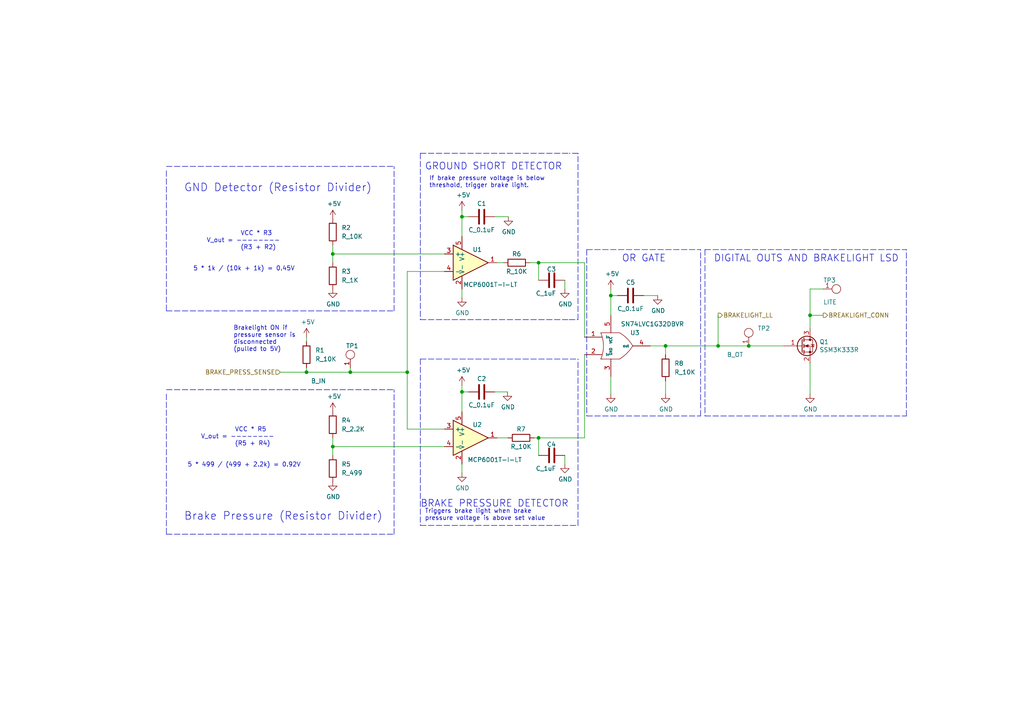
<source format=kicad_sch>
(kicad_sch (version 20211123) (generator eeschema)
  (paper "A4")
  (title_block (title "Brakelight Logic"))
  (lib_symbols
    (symbol "formula:C_0.1uF" (pin_numbers hide) (pin_names (offset 0.254))
      (property "Reference" "C" (at 0.635 2.54 0))
      (property "Value" "C_0.1uF" (at 0.635 -2.54 0))
      (symbol "C_0.1uF_0_1"
        (polyline (pts (xy -2.032 -0.762) (xy 2.032 -0.762)) (stroke (width 0.508)))
        (polyline (pts (xy -2.032 0.762) (xy 2.032 0.762)) (stroke (width 0.508)))
      )
      (symbol "C_0.1uF_1_1"
        (pin passive line (at 0 3.81 270) (length 2.794) (name "~") (number "1"))
        (pin passive line (at 0 -3.81 90) (length 2.794) (name "~") (number "2"))
      )
    )
    (symbol "formula:C_1uF" (pin_numbers hide) (pin_names (offset 0.254))
      (property "Reference" "C" (at 0.635 3.81 0))
      (property "Value" "C_1uF" (at 0.635 -1.27 0))
      (symbol "C_1uF_0_1"
        (polyline (pts (xy -2.032 0.508) (xy 2.032 0.508)) (stroke (width 0.508)))
        (polyline (pts (xy -2.032 2.032) (xy 2.032 2.032)) (stroke (width 0.508)))
      )
      (symbol "C_1uF_1_1"
        (pin passive line (at 0 5.08 270) (length 2.794) (name "~") (number "1"))
        (pin passive line (at 0 -2.54 90) (length 2.794) (name "~") (number "2"))
      )
    )
    (symbol "formula:MCP6001T-I-LT"
      (property "Reference" "U" (at 0 5.08 0))
      (property "Value" "MCP6001T-I-LT" (at 0 -5.08 0))
      (symbol "MCP6001T-I-LT_0_1"
        (polyline (pts (xy -5.08 5.08) (xy 5.08 0) (xy -5.08 -5.08) (xy -5.08 5.08)) (stroke (width 0.254)) (fill (type background)))
        (pin power_in line (at -2.54 -7.62 90) (length 3.81) (name "V-") (number "2"))
        (pin power_in line (at -2.54 7.62 270) (length 3.81) (name "V+") (number "5"))
      )
      (symbol "MCP6001T-I-LT_1_1"
        (pin output line (at 7.62 0 180) (length 2.54) (name "~") (number "1"))
        (pin input line (at -7.62 2.54 0) (length 2.54) (name "+") (number "3"))
        (pin input line (at -7.62 -2.54 0) (length 2.54) (name "-") (number "4"))
      )
    )
    (symbol "formula:R_10K" (pin_numbers hide) (pin_names (offset 0))
      (property "Reference" "R" (at 2.032 0 90))
      (property "Value" "R_10K" (at -2.54 0 90))
      (symbol "R_10K_0_1"
        (rectangle (start -1.016 -2.54) (end 1.016 2.54) (stroke (width 0.254)))
      )
      (symbol "R_10K_1_1"
        (pin passive line (at 0 3.81 270) (length 1.27) (name "~") (number "1"))
        (pin passive line (at 0 -3.81 90) (length 1.27) (name "~") (number "2"))
      )
    )
    (symbol "formula:R_1K" (pin_numbers hide) (pin_names (offset 0))
      (property "Reference" "R" (at 2.032 0 90))
      (property "Value" "R_1K" (at -2.54 0 90))
      (symbol "R_1K_0_1"
        (rectangle (start -1.016 -2.54) (end 1.016 2.54) (stroke (width 0.254)))
      )
      (symbol "R_1K_1_1"
        (pin passive line (at 0 3.81 270) (length 1.27) (name "~") (number "1"))
        (pin passive line (at 0 -3.81 90) (length 1.27) (name "~") (number "2"))
      )
    )
    (symbol "formula:R_2.2K" (pin_numbers hide) (pin_names (offset 0))
      (property "Reference" "R" (at 2.032 0 90))
      (property "Value" "R_2.2K" (at -2.54 0 90))
      (symbol "R_2.2K_0_1"
        (rectangle (start -1.016 -2.54) (end 1.016 2.54) (stroke (width 0.254)))
      )
      (symbol "R_2.2K_1_1"
        (pin passive line (at 0 3.81 270) (length 1.27) (name "~") (number "1"))
        (pin passive line (at 0 -3.81 90) (length 1.27) (name "~") (number "2"))
      )
    )
    (symbol "formula:R_499" (pin_numbers hide) (pin_names (offset 0))
      (property "Reference" "R" (at 2.032 0 90))
      (property "Value" "R_499" (at -2.54 0 90))
      (symbol "R_499_0_1"
        (rectangle (start -1.016 -2.54) (end 1.016 2.54) (stroke (width 0.254)))
      )
      (symbol "R_499_1_1"
        (pin passive line (at 0 3.81 270) (length 1.27) (name "~") (number "1"))
        (pin passive line (at 0 -3.81 90) (length 1.27) (name "~") (number "2"))
      )
    )
    (symbol "formula:SN74LVC1G32DBVR" (pin_names (offset 1.016))
      (property "Reference" "U" (at 0 11.43 0))
      (property "Value" "SN74LVC1G32DBVR" (at 0 16.51 0))
      (symbol "SN74LVC1G32DBVR_0_1"
        (polyline (pts (xy -2.921 -3.81) (xy -2.54 -3.81)))
        (polyline (pts (xy -2.54 3.81) (xy -2.921 3.81)))
      )
      (symbol "SN74LVC1G32DBVR_1_1"
        (arc (start -2.921 -3.81) (mid -2.139 0) (end -2.921 3.81))
        (polyline (pts (xy -2.54 -3.81) (xy 2.54 -3.81)))
        (polyline (pts (xy -2.54 3.81) (xy 2.54 3.81)))
        (arc (start 2.54 -3.81) (mid 4.662 -2.122) (end 6.35 0))
        (arc (start 6.35 0) (mid 4.7001 2.1601) (end 2.54 3.81))
        (pin bidirectional line (at -7.62 2.54 0) (length 5.08) (name "in") (number "1"))
        (pin bidirectional line (at -7.62 -2.54 0) (length 5.08) (name "in") (number "2"))
        (pin bidirectional line (at 0 -8.89 90) (length 5.08) (name "GND") (number "3"))
        (pin bidirectional line (at 11.43 0 180) (length 5.08) (name "out") (number "4"))
        (pin bidirectional line (at 0 8.89 270) (length 5.08) (name "VCC") (number "5"))
      )
    )
    (symbol "formula:SSM3K333R" (pin_names (offset 0) hide)
      (property "Reference" "Q" (at 5.08 1.905 0))
      (property "Value" "SSM3K333R" (at 5.08 0 0))
      (symbol "SSM3K333R_0_1"
        (polyline (pts (xy 0.762 -1.778) (xy 2.54 -1.778)))
        (polyline (pts (xy 0.762 -1.27) (xy 0.762 -2.286)) (stroke (width 0.254)))
        (polyline (pts (xy 0.762 0) (xy 2.54 0)))
        (polyline (pts (xy 0.762 0.508) (xy 0.762 -0.508)) (stroke (width 0.254)))
        (polyline (pts (xy 0.762 1.778) (xy 2.54 1.778)))
        (polyline (pts (xy 0.762 2.286) (xy 0.762 1.27)) (stroke (width 0.254)))
        (polyline (pts (xy 2.54 -1.778) (xy 2.54 -2.54)))
        (polyline (pts (xy 2.54 -1.778) (xy 2.54 0)))
        (polyline (pts (xy 2.54 2.54) (xy 2.54 1.778)))
        (polyline (pts (xy 0.254 1.905) (xy 0.254 -1.905) (xy 0.254 -1.905)) (stroke (width 0.254)))
        (polyline (pts (xy 1.016 0) (xy 2.032 0.381) (xy 2.032 -0.381) (xy 1.016 0)) (fill (type outline)))
        (polyline (pts (xy 2.54 -1.778) (xy 3.302 -1.778) (xy 3.302 1.778) (xy 2.54 1.778)))
        (polyline (pts (xy 2.794 0.508) (xy 2.921 0.381) (xy 3.683 0.381) (xy 3.81 0.254)))
        (polyline (pts (xy 3.302 0.381) (xy 2.921 -0.254) (xy 3.683 -0.254) (xy 3.302 0.381)))
        (circle (center 1.651 0) (radius 2.8194) (stroke (width 0.254)))
        (circle (center 2.54 -1.778) (radius 0.2794) (fill (type outline)))
        (circle (center 2.54 1.778) (radius 0.2794) (fill (type outline)))
      )
      (symbol "SSM3K333R_1_1"
        (pin input line (at -5.08 0 0) (length 5.334) (name "G") (number "1"))
        (pin passive line (at 2.54 -5.08 90) (length 2.54) (name "S") (number "2"))
        (pin passive line (at 2.54 5.08 270) (length 2.54) (name "D") (number "3"))
      )
    )
    (symbol "formula:Test_Point_SMD" (pin_names (offset 1.016))
      (property "Reference" "TP" (at 0 7.62 0))
      (property "Value" "Test_Point_SMD" (at 1.27 5.08 0))
      (symbol "Test_Point_SMD_1_1"
        (circle (center 0 2.54) (radius 1.27))
        (pin input line (at 0 -1.27 90) (length 2.54) (name "~") (number "1"))
      )
    )
    (symbol "power:+5V" (power) (pin_names (offset 0))
      (property "Value" "+5V" (at 0 3.556 0))
      (symbol "+5V_0_1"
        (polyline (pts (xy -0.762 1.27) (xy 0 2.54)))
        (polyline (pts (xy 0 0) (xy 0 2.54)))
        (polyline (pts (xy 0 2.54) (xy 0.762 1.27)))
      )
      (symbol "+5V_1_1"
        (pin power_in line (at 0 0 90) (length 0) hide (name "+5V") (number "1"))
      )
    )
    (symbol "power:GND" (power) (pin_names (offset 0))
      (property "Value" "GND" (at 0 -3.81 0))
      (symbol "GND_0_1"
        (polyline (pts (xy 0 0) (xy 0 -1.27) (xy 1.27 -1.27) (xy 0 -2.54) (xy -1.27 -1.27) (xy 0 -1.27)))
      )
      (symbol "GND_1_1"
        (pin power_in line (at 0 0 270) (length 0) hide (name "GND") (number "1"))
      )
    )
  )
  (junction (at 193.04 100.33))
  (junction (at 234.95 91.44))
  (junction (at 96.52 73.66))
  (junction (at 133.985 62.865))
  (junction (at 156.21 127))
  (junction (at 156.21 76.2))
  (junction (at 177.165 85.725))
  (junction (at 217.17 100.33))
  (junction (at 88.9 107.95))
  (junction (at 133.985 113.665))
  (junction (at 96.52 129.54))
  (junction (at 208.28 100.33))
  (junction (at 101.6 107.95))
  (junction (at 118.11 107.95))
  (wire (pts (xy 118.11 78.74) (xy 118.11 107.95)))
  (wire (pts (xy 133.985 137.16) (xy 133.985 134.62)))
  (wire (pts (xy 177.165 114.3) (xy 177.165 109.22)))
  (polyline (pts (xy 204.47 120.65) (xy 262.89 120.65)))
  (wire (pts (xy 96.52 129.54) (xy 128.905 129.54)))
  (wire (pts (xy 193.04 100.33) (xy 208.28 100.33)))
  (wire (pts (xy 179.07 85.725) (xy 177.165 85.725)))
  (wire (pts (xy 118.11 107.95) (xy 118.11 124.46)))
  (wire (pts (xy 101.6 107.95) (xy 118.11 107.95)))
  (wire (pts (xy 234.95 91.44) (xy 238.76 91.44)))
  (polyline (pts (xy 121.92 152.4) (xy 167.64 152.4)))
  (polyline (pts (xy 48.26 114.3) (xy 48.26 154.94)))
  (wire (pts (xy 234.95 83.82) (xy 238.76 83.82)))
  (wire (pts (xy 154.94 127) (xy 156.21 127)))
  (polyline (pts (xy 114.3 154.94) (xy 114.3 113.03)))
  (polyline (pts (xy 121.92 104.14) (xy 167.64 104.14)))
  (polyline (pts (xy 170.18 120.65) (xy 203.2 120.65)))
  (polyline (pts (xy 48.26 49.53) (xy 48.26 90.17)))
  (wire (pts (xy 234.95 105.41) (xy 234.95 114.3)))
  (polyline (pts (xy 48.26 90.17) (xy 114.3 90.17)))
  (wire (pts (xy 96.52 129.54) (xy 96.52 132.08)))
  (wire (pts (xy 193.04 110.49) (xy 193.04 114.3)))
  (wire (pts (xy 169.545 76.2) (xy 156.21 76.2)))
  (wire (pts (xy 88.9 106.68) (xy 88.9 107.95)))
  (wire (pts (xy 177.165 83.82) (xy 177.165 85.725)))
  (polyline (pts (xy 121.92 92.71) (xy 165.1 92.71)))
  (wire (pts (xy 163.83 83.82) (xy 163.83 81.28)))
  (wire (pts (xy 133.985 62.865) (xy 133.985 68.58)))
  (wire (pts (xy 208.28 91.44) (xy 208.28 100.33)))
  (polyline (pts (xy 167.64 152.4) (xy 167.64 104.14)))
  (wire (pts (xy 147.447 62.865) (xy 143.51 62.865)))
  (polyline (pts (xy 262.89 120.65) (xy 262.89 72.39)))
  (wire (pts (xy 133.985 60.96) (xy 133.985 62.865)))
  (wire (pts (xy 135.89 113.665) (xy 133.985 113.665)))
  (wire (pts (xy 234.95 91.44) (xy 234.95 95.25)))
  (polyline (pts (xy 167.64 44.45) (xy 165.1 44.45)))
  (wire (pts (xy 163.83 134.62) (xy 163.83 132.08)))
  (wire (pts (xy 147.32 127) (xy 144.145 127)))
  (wire (pts (xy 96.52 73.66) (xy 96.52 76.2)))
  (wire (pts (xy 193.04 100.33) (xy 193.04 102.87)))
  (polyline (pts (xy 121.92 44.45) (xy 121.92 92.71)))
  (wire (pts (xy 147.193 113.665) (xy 143.51 113.665)))
  (polyline (pts (xy 121.92 44.45) (xy 165.1 44.45)))
  (wire (pts (xy 135.89 62.865) (xy 133.985 62.865)))
  (wire (pts (xy 118.11 78.74) (xy 128.905 78.74)))
  (wire (pts (xy 169.545 97.79) (xy 169.545 76.2)))
  (wire (pts (xy 156.21 132.08) (xy 156.21 127)))
  (wire (pts (xy 169.545 102.87) (xy 169.545 127)))
  (polyline (pts (xy 170.18 72.39) (xy 170.18 120.65)))
  (wire (pts (xy 153.67 76.2) (xy 156.21 76.2)))
  (wire (pts (xy 217.17 100.33) (xy 227.33 100.33)))
  (polyline (pts (xy 48.26 113.03) (xy 114.3 113.03)))
  (polyline (pts (xy 121.92 104.14) (xy 121.92 152.4)))
  (wire (pts (xy 177.165 85.725) (xy 177.165 91.44)))
  (polyline (pts (xy 204.47 72.39) (xy 262.89 72.39)))
  (wire (pts (xy 217.17 100.33) (xy 208.28 100.33)))
  (wire (pts (xy 96.52 71.12) (xy 96.52 73.66)))
  (wire (pts (xy 133.985 86.36) (xy 133.985 83.82)))
  (wire (pts (xy 88.9 107.95) (xy 101.6 107.95)))
  (polyline (pts (xy 204.47 72.39) (xy 204.47 120.65)))
  (wire (pts (xy 169.545 127) (xy 156.21 127)))
  (polyline (pts (xy 48.26 154.94) (xy 114.3 154.94)))
  (polyline (pts (xy 114.3 90.17) (xy 114.3 48.26)))
  (wire (pts (xy 96.52 73.66) (xy 128.905 73.66)))
  (wire (pts (xy 133.985 113.665) (xy 133.985 119.38)))
  (wire (pts (xy 101.6 107.95) (xy 101.6 106.68)))
  (wire (pts (xy 81.28 107.95) (xy 88.9 107.95)))
  (wire (pts (xy 234.95 91.44) (xy 234.95 83.82)))
  (wire (pts (xy 88.9 97.79) (xy 88.9 99.06)))
  (polyline (pts (xy 165.1 92.71) (xy 167.64 92.71)))
  (polyline (pts (xy 203.2 120.65) (xy 203.2 72.39)))
  (polyline (pts (xy 48.26 48.26) (xy 114.3 48.26)))
  (wire (pts (xy 118.11 124.46) (xy 128.905 124.46)))
  (wire (pts (xy 133.985 111.76) (xy 133.985 113.665)))
  (wire (pts (xy 96.52 127) (xy 96.52 129.54)))
  (wire (pts (xy 156.21 81.28) (xy 156.21 76.2)))
  (polyline (pts (xy 167.64 92.71) (xy 167.64 44.45)))
  (wire (pts (xy 146.05 76.2) (xy 144.145 76.2)))
  (polyline (pts (xy 170.18 72.39) (xy 203.2 72.39)))
  (wire (pts (xy 190.754 85.725) (xy 186.69 85.725)))
  (wire (pts (xy 188.595 100.33) (xy 193.04 100.33)))
  (text "		    VCC * R3\n    V_out = --------\n		    (R3 + R2)\n\n\n5 * 1k / (10k + 1k) = 0.45V" (at 56.007 78.74 0) (effects (font (size 1.27 1.27)) (justify left bottom)))
  (text "GND Detector (Resistor Divider)" (at 53.34 55.88 0) (effects (font (size 2.26 2.26)) (justify left bottom)))
  (text "		    VCC * R5\n    V_out = --------\n		    (R5 + R4)\n\n\n5 * 499 / (499 + 2.2k) = 0.92V" (at 54.356 135.636 0) (effects (font (size 1.27 1.27)) (justify left bottom)))
  (text "Triggers brake light when brake\npressure voltage is above set value" (at 123.19 151.13 0) (effects (font (size 1.27 1.27)) (justify left bottom)))
  (text "OR GATE" (at 180.34 76.2 0) (effects (font (size 2 2)) (justify left bottom)))
  (text "Brake Pressure (Resistor Divider)" (at 53.34 151.13 0) (effects (font (size 2.26 2.26)) (justify left bottom)))
  (text "BRAKE PRESSURE DETECTOR" (at 121.92 147.32 0) (effects (font (size 2 2)) (justify left bottom)))
  (text "GROUND SHORT DETECTOR" (at 123.19 49.53 0) (effects (font (size 2 2)) (justify left bottom)))
  (text "DIGITAL OUTS AND BRAKELIGHT LSD" (at 207.01 76.2 0) (effects (font (size 2 2)) (justify left bottom)))
  (text "Brakelight ON if\npressure sensor is\ndisconnected\n(pulled to 5V)\n" (at 67.691 102.108 0) (effects (font (size 1.27 1.27)) (justify left bottom)))
  (text "If brake pressure voltage is below\nthreshold, trigger brake light." (at 124.46 54.61 0) (effects (font (size 1.27 1.27)) (justify left bottom)))
  (hierarchical_label "BRAKE_PRESS_SENSE" (shape input) (at 81.28 107.95 180))
  (hierarchical_label "BRAKELIGHT_LL" (shape output) (at 208.28 91.44 0))
  (hierarchical_label "BREAKLIGHT_CONN" (shape output) (at 238.76 91.44 0))
  (symbol (lib_id "formula:C_0.1uF") (at 139.7 62.865 90) (unit 1)
    (property "Reference" "C1" (at 139.7 59.055 90))
    (property "Value" "C_0.1uF" (at 139.7 66.675 90))
    (property "Footprint" "footprints:C_0805_OEM" (effects hide))
    (property "Datasheet" "http://datasheets.avx.com/X7RDielectric.pdf" (effects hide))
    (property "MFN" "DK" (effects hide))
    (property "MPN" "478-3352-1-ND" (effects hide))
    (property "PurchasingLink" "https://www.digikey.com/products/en?keywords=478-3352-1-ND" (effects hide))
  )
  (symbol (lib_id "formula:R_10K") (at 151.13 127 90) (unit 1)
    (property "Reference" "R7" (at 151.13 124.46 90))
    (property "Value" "R_10K" (at 151.13 129.54 90))
    (property "Footprint" "footprints:R_0805_OEM" (effects hide))
    (property "Datasheet" "http://www.bourns.com/data/global/pdfs/CRS.pdf" (effects hide))
    (property "MFN" "DK" (effects hide))
    (property "MPN" "CRS0805-FX-1002ELFCT-ND" (effects hide))
    (property "PurchasingLink" "https://www.digikey.com/products/en?keywords=CRS0805-FX-1002ELFCT-ND" (effects hide))
  )
  (symbol (lib_id "formula:SN74LVC1G32DBVR") (at 177.165 100.33 0) (unit 1)
    (property "Reference" "U3" (at 184.15 96.52 0))
    (property "Value" "SN74LVC1G32DBVR" (at 189.23 93.98 0))
    (property "Footprint" "footprints:SOT-23-5_OEM" (effects hide))
    (property "Datasheet" "http://www.ti.com/lit/ds/symlink/sn74lvc1g32.pdf" (effects hide))
    (property "MFN" "DK" (effects hide))
    (property "MPN" "296-9847-1-ND" (effects hide))
    (property "PurchasingLink" "https://www.digikey.com/product-detail/en/texas-instruments/SN74LVC1G32DBVR/296-9847-1-ND/380102" (effects hide))
  )
  (symbol (lib_id "power:GND") (at 234.95 114.3 0) (unit 1)
    (property "Reference" "#PWR?" (effects hide))
    (property "Value" "GND" (at 235.077 118.6942 0))
  )
  (symbol (lib_id "formula:C_1uF") (at 161.29 81.28 90) (unit 1)
    (property "Reference" "C3" (at 161.29 78.105 90) (effects (justify left)))
    (property "Value" "C_1uF" (at 161.29 85.09 90) (effects (justify left)))
    (property "Footprint" "footprints:C_0805_OEM" (effects hide))
    (property "Datasheet" "https://media.digikey.com/pdf/Data%20Sheets/Samsung%20PDFs/CL21B105KBFNNNG_Spec.pdf" (effects hide))
    (property "PurchasingLink" "https://www.digikey.com/en/products/detail/samsung-electro-mechanics/CL21B105KBFNNNG/3894467" (effects hide))
    (property "MFN" "DK" (effects hide))
    (property "MPN" "1276-6470-1-ND" (effects hide))
  )
  (symbol (lib_id "formula:Test_Point_SMD") (at 240.03 83.82 270) (unit 1)
    (property "Reference" "TP3" (at 238.76 81.28 90) (effects (justify left)))
    (property "Value" "LITE" (at 238.76 87.63 90) (effects (justify left)))
    (property "Footprint" "footprints:Test_Point_SMD" (effects hide))
  )
  (symbol (lib_id "formula:Test_Point_SMD") (at 101.6 105.41 0) (unit 1)
    (property "Reference" "TP1" (at 100.33 100.33 0) (effects (justify left)))
    (property "Value" "B_IN" (at 90.17 110.49 0) (effects (justify left)))
    (property "Footprint" "footprints:Test_Point_SMD" (effects hide))
  )
  (symbol (lib_id "power:+5V") (at 177.165 83.82 0) (unit 1)
    (property "Reference" "#PWR?" (effects hide))
    (property "Value" "+5V" (at 177.546 79.4258 0))
  )
  (symbol (lib_id "formula:C_1uF") (at 161.29 132.08 90) (unit 1)
    (property "Reference" "C4" (at 161.29 128.905 90) (effects (justify left)))
    (property "Value" "C_1uF" (at 161.29 135.89 90) (effects (justify left)))
    (property "Footprint" "footprints:C_0805_OEM" (effects hide))
    (property "Datasheet" "https://media.digikey.com/pdf/Data%20Sheets/Samsung%20PDFs/CL21B105KBFNNNG_Spec.pdf" (effects hide))
    (property "PurchasingLink" "https://www.digikey.com/en/products/detail/samsung-electro-mechanics/CL21B105KBFNNNG/3894467" (effects hide))
    (property "MFN" "DK" (effects hide))
    (property "MPN" "1276-6470-1-ND" (effects hide))
  )
  (symbol (lib_id "power:GND") (at 147.447 62.865 0) (unit 1)
    (property "Reference" "#PWR?" (effects hide))
    (property "Value" "GND" (at 147.574 67.2592 0))
  )
  (symbol (lib_id "power:+5V") (at 133.985 111.76 0) (unit 1)
    (property "Reference" "#PWR?" (effects hide))
    (property "Value" "+5V" (at 134.366 107.3658 0))
  )
  (symbol (lib_id "power:GND") (at 163.83 134.62 0) (unit 1)
    (property "Reference" "#PWR?" (effects hide))
    (property "Value" "GND" (at 163.957 139.0142 0))
  )
  (symbol (lib_id "formula:Test_Point_SMD") (at 217.17 99.06 0) (unit 1)
    (property "Reference" "TP2" (at 219.71 95.2499 0) (effects (justify left)))
    (property "Value" "B_OT" (at 210.82 102.87 0) (effects (justify left)))
    (property "Footprint" "footprints:Test_Point_SMD" (effects hide))
  )
  (symbol (lib_id "formula:C_0.1uF") (at 139.7 113.665 90) (unit 1)
    (property "Reference" "C2" (at 139.7 109.855 90))
    (property "Value" "C_0.1uF" (at 139.7 117.475 90))
    (property "Footprint" "footprints:C_0805_OEM" (effects hide))
    (property "Datasheet" "http://datasheets.avx.com/X7RDielectric.pdf" (effects hide))
    (property "MFN" "DK" (effects hide))
    (property "MPN" "478-3352-1-ND" (effects hide))
    (property "PurchasingLink" "https://www.digikey.com/products/en?keywords=478-3352-1-ND" (effects hide))
  )
  (symbol (lib_id "power:+5V") (at 88.9 97.79 0) (unit 1)
    (property "Reference" "#PWR?" (effects hide))
    (property "Value" "+5V" (at 89.281 93.3958 0))
  )
  (symbol (lib_id "formula:R_2.2K") (at 96.52 123.19 0) (unit 1)
    (property "Reference" "R4" (at 99.06 121.9199 0) (effects (justify left)))
    (property "Value" "R_2.2K" (at 99.06 124.4599 0) (effects (justify left)))
    (property "Footprint" "footprints:R_0805_OEM" (effects hide))
    (property "Datasheet" "https://www.seielect.com/Catalog/SEI-RMCF_RMCP.pdf" (effects hide))
    (property "MFN" "DK" (effects hide))
    (property "MPN" "RMCF0805FT2K20CT-ND" (effects hide))
    (property "PurchasingLink" "https://www.digikey.com/product-detail/en/stackpole-electronics-inc/RMCF0805FT2K20/RMCF0805FT2K20CT-ND/1942387" (effects hide))
  )
  (symbol (lib_id "power:GND") (at 133.985 137.16 0) (unit 1)
    (property "Reference" "#PWR?" (effects hide))
    (property "Value" "GND" (at 134.112 141.5542 0))
  )
  (symbol (lib_id "formula:R_1K") (at 96.52 80.01 0) (unit 1)
    (property "Reference" "R3" (at 99.06 78.7399 0) (effects (justify left)))
    (property "Value" "R_1K" (at 99.06 81.2799 0) (effects (justify left)))
    (property "Footprint" "footprints:R_0805_OEM" (effects hide))
    (property "Datasheet" "https://www.seielect.com/Catalog/SEI-rncp.pdf" (effects hide))
    (property "MFN" "DK" (effects hide))
    (property "MPN" "RNCP0805FTD1K00CT-ND" (effects hide))
    (property "PurchasingLink" "https://www.digikey.com/products/en?keywords=RNCP0805FTD1K00CT-ND" (effects hide))
  )
  (symbol (lib_id "formula:SSM3K333R") (at 232.41 100.33 0) (unit 1)
    (property "Reference" "Q1" (at 237.6424 99.1616 0) (effects (justify left)))
    (property "Value" "SSM3K333R" (at 237.6424 101.473 0) (effects (justify left)))
    (property "Footprint" "footprints:SOT-23F" (effects hide))
    (property "Datasheet" "https://drive.google.com/drive/folders/0B-V-iZf33Y4GNzhDQTJZanJRbVk" (effects hide))
    (property "MFN" "DK" (effects hide))
    (property "MPN" "SSM3K333RLFCT-ND" (effects hide))
    (property "PurchasingLink" "https://www.digikey.com/product-detail/en/toshiba-semiconductor-and-storage/SSM3K333RLF/SSM3K333RLFCT-ND/3522391" (effects hide))
  )
  (symbol (lib_id "power:+5V") (at 96.52 63.5 0) (unit 1)
    (property "Reference" "#PWR?" (effects hide))
    (property "Value" "+5V" (at 96.901 59.1058 0))
  )
  (symbol (lib_id "power:GND") (at 133.985 86.36 0) (unit 1)
    (property "Reference" "#PWR?" (effects hide))
    (property "Value" "GND" (at 134.112 90.7542 0))
  )
  (symbol (lib_id "power:GND") (at 96.52 139.7 0) (unit 1)
    (property "Reference" "#PWR?" (effects hide))
    (property "Value" "GND" (at 96.647 144.0942 0))
  )
  (symbol (lib_id "power:GND") (at 163.83 83.82 0) (unit 1)
    (property "Reference" "#PWR?" (effects hide))
    (property "Value" "GND" (at 163.957 88.2142 0))
  )
  (symbol (lib_id "formula:MCP6001T-I-LT") (at 136.525 76.2 0) (unit 1)
    (property "Reference" "U1" (at 138.43 72.39 0))
    (property "Value" "MCP6001T-I-LT" (at 142.24 82.55 0))
    (property "Footprint" "Package_TO_SOT_SMD:SOT-353_SC-70-5" (effects hide))
    (property "Datasheet" "http://ww1.microchip.com/downloads/en/DeviceDoc/21733j.pdf" (effects hide))
    (property "MFN" "DK" (effects hide))
    (property "MPN" "MCP6001T-I/LTCT-ND" (effects hide))
    (property "PurchasingLink" "https://www.digikey.com/product-detail/en/microchip-technology/MCP6001T-I-LT/MCP6001T-I-LTCT-ND/669499" (effects hide))
  )
  (symbol (lib_id "formula:MCP6001T-I-LT") (at 136.525 127 0) (unit 1)
    (property "Reference" "U2" (at 138.43 123.19 0))
    (property "Value" "MCP6001T-I-LT" (at 143.51 133.35 0))
    (property "Footprint" "Package_TO_SOT_SMD:SOT-353_SC-70-5" (effects hide))
    (property "Datasheet" "http://ww1.microchip.com/downloads/en/DeviceDoc/21733j.pdf" (effects hide))
    (property "MFN" "DK" (effects hide))
    (property "MPN" "MCP6001T-I/LTCT-ND" (effects hide))
    (property "PurchasingLink" "https://www.digikey.com/product-detail/en/microchip-technology/MCP6001T-I-LT/MCP6001T-I-LTCT-ND/669499" (effects hide))
  )
  (symbol (lib_id "power:GND") (at 147.193 113.665 0) (unit 1)
    (property "Reference" "#PWR?" (effects hide))
    (property "Value" "GND" (at 147.32 118.0592 0))
  )
  (symbol (lib_id "power:GND") (at 177.165 114.3 0) (unit 1)
    (property "Reference" "#PWR?" (effects hide))
    (property "Value" "GND" (at 177.292 118.6942 0))
  )
  (symbol (lib_id "formula:R_10K") (at 88.9 102.87 0) (unit 1)
    (property "Reference" "R1" (at 91.44 101.5999 0) (effects (justify left)))
    (property "Value" "R_10K" (at 91.44 104.1399 0) (effects (justify left)))
    (property "Footprint" "footprints:R_0805_OEM" (effects hide))
    (property "Datasheet" "http://www.bourns.com/data/global/pdfs/CRS.pdf" (effects hide))
    (property "MFN" "DK" (effects hide))
    (property "MPN" "CRS0805-FX-1002ELFCT-ND" (effects hide))
    (property "PurchasingLink" "https://www.digikey.com/products/en?keywords=CRS0805-FX-1002ELFCT-ND" (effects hide))
  )
  (symbol (lib_id "formula:R_499") (at 96.52 135.89 0) (unit 1)
    (property "Reference" "R5" (at 99.06 134.6199 0) (effects (justify left)))
    (property "Value" "R_499" (at 99.06 137.1599 0) (effects (justify left)))
    (property "Footprint" "footprints:R_0805_OEM" (effects hide))
    (property "Datasheet" "https://industrial.panasonic.com/cdbs/www-data/pdf/RDA0000/AOA0000C304.pdf" (effects hide))
    (property "MFN" "DK" (effects hide))
    (property "MPN" "P499CCT-ND" (effects hide))
    (property "PurchasingLink" "https://www.digikey.com/product-detail/en/panasonic-electronic-components/ERJ-6ENF4990V/P499CCT-ND/118870" (effects hide))
  )
  (symbol (lib_id "formula:R_10K") (at 149.86 76.2 90) (unit 1)
    (property "Reference" "R6" (at 149.86 73.66 90))
    (property "Value" "R_10K" (at 149.86 78.74 90))
    (property "Footprint" "footprints:R_0805_OEM" (effects hide))
    (property "Datasheet" "http://www.bourns.com/data/global/pdfs/CRS.pdf" (effects hide))
    (property "MFN" "DK" (effects hide))
    (property "MPN" "CRS0805-FX-1002ELFCT-ND" (effects hide))
    (property "PurchasingLink" "https://www.digikey.com/products/en?keywords=CRS0805-FX-1002ELFCT-ND" (effects hide))
  )
  (symbol (lib_id "power:GND") (at 193.04 114.3 0) (unit 1)
    (property "Reference" "#PWR?" (effects hide))
    (property "Value" "GND" (at 193.167 118.6942 0))
  )
  (symbol (lib_id "formula:R_10K") (at 193.04 106.68 0) (unit 1)
    (property "Reference" "R8" (at 195.58 105.4099 0) (effects (justify left)))
    (property "Value" "R_10K" (at 195.58 107.9499 0) (effects (justify left)))
    (property "Footprint" "footprints:R_0805_OEM" (effects hide))
    (property "Datasheet" "http://www.bourns.com/data/global/pdfs/CRS.pdf" (effects hide))
    (property "MFN" "DK" (effects hide))
    (property "MPN" "CRS0805-FX-1002ELFCT-ND" (effects hide))
    (property "PurchasingLink" "https://www.digikey.com/products/en?keywords=CRS0805-FX-1002ELFCT-ND" (effects hide))
  )
  (symbol (lib_id "formula:C_0.1uF") (at 182.88 85.725 90) (unit 1)
    (property "Reference" "C5" (at 182.88 81.915 90))
    (property "Value" "C_0.1uF" (at 182.88 89.535 90))
    (property "Footprint" "footprints:C_0805_OEM" (effects hide))
    (property "Datasheet" "http://datasheets.avx.com/X7RDielectric.pdf" (effects hide))
    (property "MFN" "DK" (effects hide))
    (property "MPN" "478-3352-1-ND" (effects hide))
    (property "PurchasingLink" "https://www.digikey.com/products/en?keywords=478-3352-1-ND" (effects hide))
  )
  (symbol (lib_id "power:+5V") (at 96.52 119.38 0) (unit 1)
    (property "Reference" "#PWR?" (effects hide))
    (property "Value" "+5V" (at 96.901 114.9858 0))
  )
  (symbol (lib_id "power:+5V") (at 133.985 60.96 0) (unit 1)
    (property "Reference" "#PWR?" (effects hide))
    (property "Value" "+5V" (at 134.366 56.5658 0))
  )
  (symbol (lib_id "formula:R_10K") (at 96.52 67.31 0) (unit 1)
    (property "Reference" "R2" (at 99.06 66.0399 0) (effects (justify left)))
    (property "Value" "R_10K" (at 99.06 68.5799 0) (effects (justify left)))
    (property "Footprint" "footprints:R_0805_OEM" (effects hide))
    (property "Datasheet" "http://www.bourns.com/data/global/pdfs/CRS.pdf" (effects hide))
    (property "MFN" "DK" (effects hide))
    (property "MPN" "CRS0805-FX-1002ELFCT-ND" (effects hide))
    (property "PurchasingLink" "https://www.digikey.com/products/en?keywords=CRS0805-FX-1002ELFCT-ND" (effects hide))
  )
  (symbol (lib_id "power:GND") (at 190.754 85.725 0) (unit 1)
    (property "Reference" "#PWR?" (effects hide))
    (property "Value" "GND" (at 190.881 90.1192 0))
  )
  (symbol (lib_id "power:GND") (at 96.52 83.82 0) (unit 1)
    (property "Reference" "#PWR?" (effects hide))
    (property "Value" "GND" (at 96.647 88.2142 0))
  )
)
</source>
